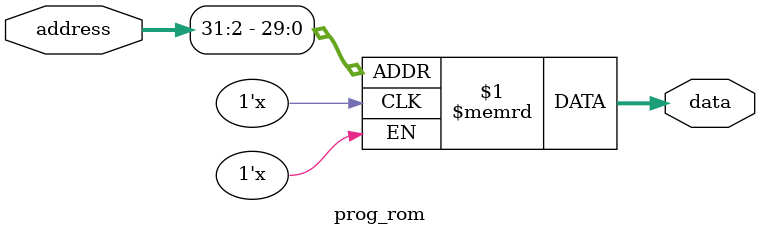
<source format=v>
module prog_rom(/*autoport*/
//output
            data,
//input
            address);

input wire [31:0] address;
output wire [31:0] data;

reg[31:0] rom[0:511];

initial begin
    // rom[0] <= 32'h3401aa00;
    // rom[1] <= 32'h340255aa;
    // rom[2] <= 32'h3403ffff;
    // rom[3] <= 32'h34041234;
    // rom[4] <= 32'h20450123; // addi $5, $2, 0x123
    // rom[5] <= 32'h00000000;
    // $readmemh("test_rom.txt",rom);
end

// assign data = {rom[address+32'd3],
//                 rom[address+32'd2],
//                 rom[address+32'd1],
//                 rom[address]};

assign data = rom[address[31:2]];


endmodule

</source>
